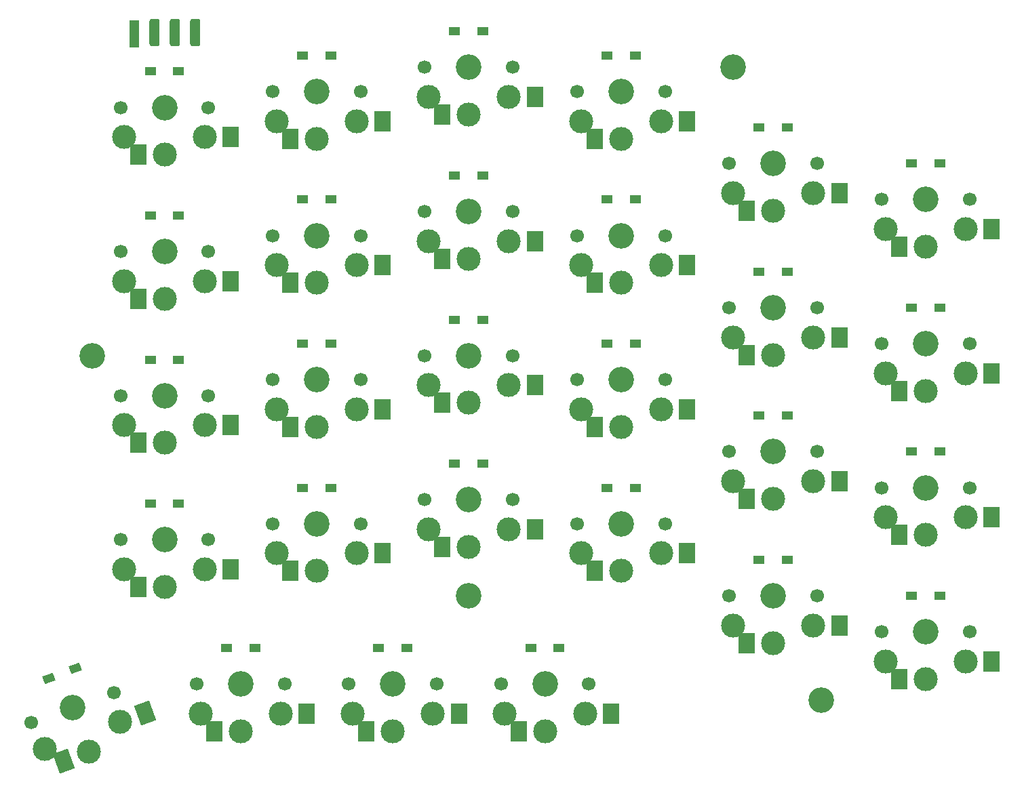
<source format=gts>
%TF.GenerationSoftware,KiCad,Pcbnew,(7.0.0-0)*%
%TF.CreationDate,2023-03-08T00:10:09+08:00*%
%TF.ProjectId,Input,496e7075-742e-46b6-9963-61645f706362,1*%
%TF.SameCoordinates,PX7bfa480PY6052340*%
%TF.FileFunction,Soldermask,Top*%
%TF.FilePolarity,Negative*%
%FSLAX46Y46*%
G04 Gerber Fmt 4.6, Leading zero omitted, Abs format (unit mm)*
G04 Created by KiCad (PCBNEW (7.0.0-0)) date 2023-03-08 00:10:09*
%MOMM*%
%LPD*%
G01*
G04 APERTURE LIST*
G04 Aperture macros list*
%AMRoundRect*
0 Rectangle with rounded corners*
0 $1 Rounding radius*
0 $2 $3 $4 $5 $6 $7 $8 $9 X,Y pos of 4 corners*
0 Add a 4 corners polygon primitive as box body*
4,1,4,$2,$3,$4,$5,$6,$7,$8,$9,$2,$3,0*
0 Add four circle primitives for the rounded corners*
1,1,$1+$1,$2,$3*
1,1,$1+$1,$4,$5*
1,1,$1+$1,$6,$7*
1,1,$1+$1,$8,$9*
0 Add four rect primitives between the rounded corners*
20,1,$1+$1,$2,$3,$4,$5,0*
20,1,$1+$1,$4,$5,$6,$7,0*
20,1,$1+$1,$6,$7,$8,$9,0*
20,1,$1+$1,$8,$9,$2,$3,0*%
%AMRotRect*
0 Rectangle, with rotation*
0 The origin of the aperture is its center*
0 $1 length*
0 $2 width*
0 $3 Rotation angle, in degrees counterclockwise*
0 Add horizontal line*
21,1,$1,$2,0,0,$3*%
G04 Aperture macros list end*
%ADD10C,3.000000*%
%ADD11R,2.000000X2.600000*%
%ADD12C,3.200000*%
%ADD13R,1.400000X1.000000*%
%ADD14RotRect,1.400000X1.000000X20.000000*%
%ADD15R,1.270000X3.429000*%
%ADD16RoundRect,0.317500X-0.317500X-1.397000X0.317500X-1.397000X0.317500X1.397000X-0.317500X1.397000X0*%
%ADD17RotRect,2.000000X2.600000X200.000000*%
%ADD18C,1.700000*%
G04 APERTURE END LIST*
D10*
%TO.C,SW17*%
X24000000Y16300000D03*
D11*
X27254999Y16299999D03*
X15697999Y14099999D03*
%TD*%
D12*
%TO.C,H1*%
X38000000Y-25000000D03*
%TD*%
D10*
%TO.C,SW29*%
X24000000Y-1700000D03*
D11*
X27254999Y-1699999D03*
X15697999Y-3899999D03*
%TD*%
D10*
%TO.C,SW51*%
X52500000Y-39700000D03*
D11*
X55754999Y-39699999D03*
X44197999Y-41899999D03*
%TD*%
D13*
%TO.C,D27*%
X55224999Y6499999D03*
X58774999Y6499999D03*
%TD*%
%TO.C,D18*%
X-1774999Y22499999D03*
X1774999Y22499999D03*
%TD*%
D10*
%TO.C,SW15*%
X62000000Y16300000D03*
D11*
X65254999Y16299999D03*
X53697999Y14099999D03*
%TD*%
D13*
%TO.C,D15*%
X55224999Y24499999D03*
X58774999Y24499999D03*
%TD*%
%TO.C,D1*%
X93224999Y28999999D03*
X96774999Y28999999D03*
%TD*%
%TO.C,D37*%
X93224999Y-24999999D03*
X96774999Y-24999999D03*
%TD*%
%TO.C,D52*%
X26724999Y-31499999D03*
X30274999Y-31499999D03*
%TD*%
%TO.C,D2*%
X74224999Y33499999D03*
X77774999Y33499999D03*
%TD*%
D10*
%TO.C,SW3*%
X62000000Y34300000D03*
D11*
X65254999Y34299999D03*
X53697999Y32099999D03*
%TD*%
D13*
%TO.C,D16*%
X36224999Y27499999D03*
X39774999Y27499999D03*
%TD*%
D10*
%TO.C,SW4*%
X43000000Y37299997D03*
D11*
X46254999Y37299996D03*
X34697999Y35099996D03*
%TD*%
D10*
%TO.C,SW26*%
X81000000Y-10700000D03*
D11*
X84254999Y-10699999D03*
X72697999Y-12899999D03*
%TD*%
D13*
%TO.C,D4*%
X36224999Y45499999D03*
X39774999Y45499999D03*
%TD*%
%TO.C,D3*%
X55224999Y42499999D03*
X58774999Y42499999D03*
%TD*%
D10*
%TO.C,SW38*%
X81000000Y-28700000D03*
D11*
X84254999Y-28699999D03*
X72697999Y-30899999D03*
%TD*%
D14*
%TO.C,D54*%
X-14467953Y-35307085D03*
X-11132045Y-34092913D03*
%TD*%
D10*
%TO.C,SW27*%
X62000000Y-1700000D03*
D11*
X65254999Y-1699999D03*
X53697999Y-3899999D03*
%TD*%
D13*
%TO.C,D53*%
X7724999Y-31499999D03*
X11274999Y-31499999D03*
%TD*%
%TO.C,D39*%
X55224999Y-11499999D03*
X58774999Y-11499999D03*
%TD*%
D10*
%TO.C,SW52*%
X33500000Y-39700000D03*
D11*
X36754999Y-39699999D03*
X25197999Y-41899999D03*
%TD*%
D13*
%TO.C,D42*%
X-1774999Y-13499999D03*
X1774999Y-13499999D03*
%TD*%
%TO.C,D30*%
X-1774999Y4499999D03*
X1774999Y4499999D03*
%TD*%
D10*
%TO.C,SW13*%
X100000000Y2800000D03*
D11*
X103254999Y2799999D03*
X91697999Y599999D03*
%TD*%
D13*
%TO.C,D28*%
X36224999Y9499999D03*
X39774999Y9499999D03*
%TD*%
%TO.C,D6*%
X-1774999Y40499999D03*
X1774999Y40499999D03*
%TD*%
D10*
%TO.C,SW5*%
X24000000Y34300002D03*
D11*
X27254999Y34300001D03*
X15697999Y32100001D03*
%TD*%
D10*
%TO.C,SW28*%
X43000000Y1300000D03*
D11*
X46254999Y1299999D03*
X34697999Y-899999D03*
%TD*%
D10*
%TO.C,SW1*%
X100000000Y20800000D03*
D11*
X103254999Y20799999D03*
X91697999Y18599999D03*
%TD*%
D12*
%TO.C,H2*%
X82000000Y-38000000D03*
%TD*%
D13*
%TO.C,D13*%
X93224999Y10999999D03*
X96774999Y10999999D03*
%TD*%
D10*
%TO.C,SW42*%
X5000000Y-21700000D03*
D11*
X8254999Y-21699999D03*
X-3301999Y-23899999D03*
%TD*%
D10*
%TO.C,SW14*%
X81000000Y7300000D03*
D11*
X84254999Y7299999D03*
X72697999Y5099999D03*
%TD*%
D12*
%TO.C,H3*%
X71000000Y41000000D03*
%TD*%
D10*
%TO.C,SW30*%
X5000000Y-3700000D03*
D11*
X8254999Y-3699999D03*
X-3301999Y-5899999D03*
%TD*%
D15*
%TO.C,J1*%
X-3809999Y45221999D03*
D16*
X-1270000Y45349000D03*
X1270000Y45349000D03*
X3810000Y45349000D03*
%TD*%
D13*
%TO.C,D26*%
X74224999Y-2499999D03*
X77774999Y-2499999D03*
%TD*%
D10*
%TO.C,SW53*%
X14499996Y-39700000D03*
D11*
X17754995Y-39699999D03*
X6197995Y-41899999D03*
%TD*%
D12*
%TO.C,H4*%
X-9000000Y5000000D03*
%TD*%
D10*
%TO.C,SW18*%
X5000000Y14300000D03*
D11*
X8254999Y14299999D03*
X-3301999Y12099999D03*
%TD*%
D10*
%TO.C,SW40*%
X43000000Y-16700000D03*
D11*
X46254999Y-16699999D03*
X34697999Y-18899999D03*
%TD*%
D10*
%TO.C,SW41*%
X24000000Y-19700000D03*
D11*
X27254999Y-19699999D03*
X15697999Y-21899999D03*
%TD*%
D13*
%TO.C,D14*%
X74224999Y15499999D03*
X77774999Y15499999D03*
%TD*%
%TO.C,D17*%
X17224999Y24499999D03*
X20774999Y24499999D03*
%TD*%
D10*
%TO.C,SW39*%
X62000000Y-19700000D03*
D11*
X65254999Y-19699999D03*
X53697999Y-21899999D03*
%TD*%
D13*
%TO.C,D40*%
X36224999Y-8499999D03*
X39774999Y-8499999D03*
%TD*%
%TO.C,D51*%
X45724999Y-31499999D03*
X49274999Y-31499999D03*
%TD*%
D10*
%TO.C,SW6*%
X5000000Y32300000D03*
D11*
X8254999Y32299999D03*
X-3301999Y30099999D03*
%TD*%
D10*
%TO.C,SW2*%
X81000000Y25300000D03*
D11*
X84254999Y25299999D03*
X72697999Y23099999D03*
%TD*%
D10*
%TO.C,SW25*%
X100000000Y-15200000D03*
D11*
X103254999Y-15199999D03*
X91697999Y-17399999D03*
%TD*%
D13*
%TO.C,D29*%
X17224999Y6499999D03*
X20774999Y6499999D03*
%TD*%
%TO.C,D5*%
X17224999Y42500001D03*
X20774999Y42500001D03*
%TD*%
%TO.C,D25*%
X93224999Y-6999999D03*
X96774999Y-6999999D03*
%TD*%
D10*
%TO.C,SW16*%
X43000000Y19300000D03*
D11*
X46254999Y19299999D03*
X34697999Y17099999D03*
%TD*%
D10*
%TO.C,SW54*%
X-5506062Y-40730762D03*
D17*
X-2447362Y-39617485D03*
X-12554945Y-45637536D03*
%TD*%
D10*
%TO.C,SW37*%
X100000000Y-33200000D03*
D11*
X103254999Y-33199999D03*
X91697999Y-35399999D03*
%TD*%
D13*
%TO.C,D38*%
X74224999Y-20499999D03*
X77774999Y-20499999D03*
%TD*%
%TO.C,D41*%
X17224999Y-11499999D03*
X20774999Y-11499999D03*
%TD*%
D18*
%TO.C,SW20*%
X24500000Y20000000D03*
D10*
X19000000Y14100000D03*
D12*
X19000000Y20000000D03*
D10*
X14000000Y16300000D03*
D18*
X13500000Y20000000D03*
%TD*%
%TO.C,SW8*%
X24500000Y38000002D03*
D10*
X19000000Y32100002D03*
D12*
X19000000Y38000002D03*
D10*
X14000000Y34300002D03*
D18*
X13500000Y38000002D03*
%TD*%
%TO.C,SW11*%
X81500000Y29000000D03*
D10*
X76000000Y23100000D03*
D12*
X76000000Y29000000D03*
D10*
X71000000Y25300000D03*
D18*
X70500000Y29000000D03*
%TD*%
%TO.C,SW12*%
X100500000Y24500000D03*
D10*
X95000000Y18600000D03*
D12*
X95000000Y24500000D03*
D10*
X90000000Y20800000D03*
D18*
X89500000Y24500000D03*
%TD*%
%TO.C,SW7*%
X5500000Y36000000D03*
D10*
X0Y30100000D03*
D12*
X0Y36000000D03*
D10*
X-5000000Y32300000D03*
D18*
X-5500000Y36000000D03*
%TD*%
%TO.C,SW22*%
X62500000Y20000000D03*
D10*
X57000000Y14100000D03*
D12*
X57000000Y20000000D03*
D10*
X52000000Y16300000D03*
D18*
X51500000Y20000000D03*
%TD*%
%TO.C,SW58*%
X53000000Y-36000000D03*
D10*
X47500000Y-41900000D03*
D12*
X47500000Y-36000000D03*
D10*
X42500000Y-39700000D03*
D18*
X42000000Y-36000000D03*
%TD*%
%TO.C,SW44*%
X24500000Y-16000000D03*
D10*
X19000000Y-21900000D03*
D12*
X19000000Y-16000000D03*
D10*
X14000000Y-19700000D03*
D18*
X13500000Y-16000000D03*
%TD*%
%TO.C,SW36*%
X100500000Y-11500000D03*
D10*
X95000000Y-17400000D03*
D12*
X95000000Y-11500000D03*
D10*
X90000000Y-15200000D03*
D18*
X89500000Y-11500000D03*
%TD*%
%TO.C,SW34*%
X62500000Y2000000D03*
D10*
X57000000Y-3900000D03*
D12*
X57000000Y2000000D03*
D10*
X52000000Y-1700000D03*
D18*
X51500000Y2000000D03*
%TD*%
%TO.C,SW55*%
X-6301691Y-37082889D03*
D10*
X-9452081Y-44508186D03*
D12*
X-11470000Y-38964000D03*
D10*
X-14902989Y-44150963D03*
D18*
X-16638309Y-40845111D03*
%TD*%
%TO.C,SW9*%
X43500000Y40999997D03*
D10*
X38000000Y35099997D03*
D12*
X38000000Y40999997D03*
D10*
X33000000Y37299997D03*
D18*
X32500000Y40999997D03*
%TD*%
%TO.C,SW21*%
X43500000Y23000000D03*
D10*
X38000000Y17100000D03*
D12*
X38000000Y23000000D03*
D10*
X33000000Y19300000D03*
D18*
X32500000Y23000000D03*
%TD*%
%TO.C,SW19*%
X5500000Y18000000D03*
D10*
X0Y12100000D03*
D12*
X0Y18000000D03*
D10*
X-5000000Y14300000D03*
D18*
X-5500000Y18000000D03*
%TD*%
%TO.C,SW45*%
X43500000Y-13000000D03*
D10*
X38000000Y-18900000D03*
D12*
X38000000Y-13000000D03*
D10*
X33000000Y-16700000D03*
D18*
X32500000Y-13000000D03*
%TD*%
%TO.C,SW33*%
X43500000Y5000000D03*
D10*
X38000000Y-900000D03*
D12*
X38000000Y5000000D03*
D10*
X33000000Y1300000D03*
D18*
X32500000Y5000000D03*
%TD*%
%TO.C,SW24*%
X100500000Y6500000D03*
D10*
X95000000Y600000D03*
D12*
X95000000Y6500000D03*
D10*
X90000000Y2800000D03*
D18*
X89500000Y6500000D03*
%TD*%
%TO.C,SW47*%
X81500000Y-25000000D03*
D10*
X76000000Y-30900000D03*
D12*
X76000000Y-25000000D03*
D10*
X71000000Y-28700000D03*
D18*
X70500000Y-25000000D03*
%TD*%
%TO.C,SW32*%
X24500000Y2000000D03*
D10*
X19000000Y-3900000D03*
D12*
X19000000Y2000000D03*
D10*
X14000000Y-1700000D03*
D18*
X13500000Y2000000D03*
%TD*%
%TO.C,SW10*%
X62500000Y38000000D03*
D10*
X57000000Y32100000D03*
D12*
X57000000Y38000000D03*
D10*
X52000000Y34300000D03*
D18*
X51500000Y38000000D03*
%TD*%
%TO.C,SW35*%
X81500000Y-7000000D03*
D10*
X76000000Y-12900000D03*
D12*
X76000000Y-7000000D03*
D10*
X71000000Y-10700000D03*
D18*
X70500000Y-7000000D03*
%TD*%
%TO.C,SW43*%
X5500000Y-18000000D03*
D10*
X0Y-23900000D03*
D12*
X0Y-18000000D03*
D10*
X-5000000Y-21700000D03*
D18*
X-5500000Y-18000000D03*
%TD*%
%TO.C,SW31*%
X5500000Y0D03*
D10*
X0Y-5900000D03*
D12*
X0Y0D03*
D10*
X-5000000Y-3700000D03*
D18*
X-5500000Y0D03*
%TD*%
%TO.C,SW23*%
X81500000Y11000000D03*
D10*
X76000000Y5100000D03*
D12*
X76000000Y11000000D03*
D10*
X71000000Y7300000D03*
D18*
X70500000Y11000000D03*
%TD*%
%TO.C,SW48*%
X100500000Y-29500000D03*
D10*
X95000000Y-35400000D03*
D12*
X95000000Y-29500000D03*
D10*
X90000000Y-33200000D03*
D18*
X89500000Y-29500000D03*
%TD*%
%TO.C,SW46*%
X62500000Y-16000000D03*
D10*
X57000000Y-21900000D03*
D12*
X57000000Y-16000000D03*
D10*
X52000000Y-19700000D03*
D18*
X51500000Y-16000000D03*
%TD*%
%TO.C,SW56*%
X14999996Y-36000000D03*
D10*
X9499996Y-41900000D03*
D12*
X9499996Y-36000000D03*
D10*
X4499996Y-39700000D03*
D18*
X3999996Y-36000000D03*
%TD*%
%TO.C,SW57*%
X34000000Y-36000000D03*
D10*
X28500000Y-41900000D03*
D12*
X28500000Y-36000000D03*
D10*
X23500000Y-39700000D03*
D18*
X23000000Y-36000000D03*
%TD*%
M02*

</source>
